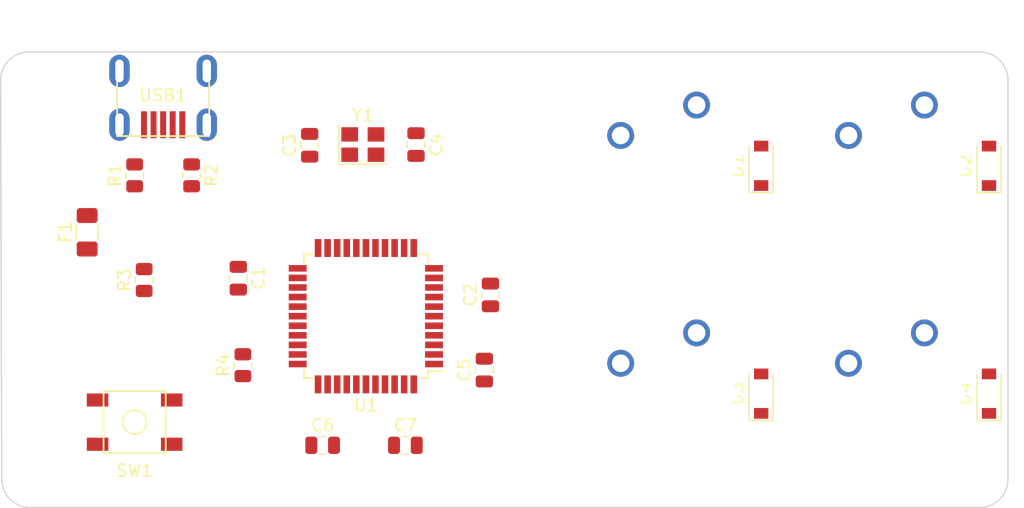
<source format=kicad_pcb>
(kicad_pcb (version 20211014) (generator pcbnew)
  (layers (0 "F.Cu" signal) (31 "B.Cu" signal) (34 "B.Paste" user) (35 "F.Paste" user) (36 "B.SilkS" user "B.Silkscreen") (37 "F.SilkS" user "F.Silkscreen") (38 "B.Mask" user) (39 "F.Mask" user) (44 "Edge.Cuts" user))
  (net 0 "")
  (net 1 "+5V")
  (net 2 "GND")
  (net 3 "Net-(C3-Pad2)")
  (net 4 "Net-(C4-Pad2)")
  (net 5 "Net-(C5-Pad1)")
  (net 6 "ROW0")
  (net 7 "Net-(D1-Pad2)")
  (net 8 "ROW1")
  (net 9 "Net-(D2-Pad2)")
  (net 10 "Net-(D3-Pad2)")
  (net 11 "Net-(D4-Pad2)")
  (net 12 "VCC")
  (net 13 "COL0")
  (net 14 "COL1")
  (net 15 "D-")
  (net 16 "Net-(R1-Pad2)")
  (net 17 "D+")
  (net 18 "Net-(R2-Pad2)")
  (net 19 "Net-(R3-Pad1)")
  (net 20 "Net-(R4-Pad1)")
  (footprint "Capacitor_SMD:C_0805_2012Metric" (layer "F.Cu") (at 185.32475 99.695 90)
    (fp_text reference "C2" (at 0 -1.68 90) (layer "F.SilkS"))
    (fp_text value "0.1uF")
    (fp_line (start -0.261252 -0.735) (end 0.261252 -0.735) (layer "F.SilkS") (width 0.12))
    (fp_line (start -0.261252 0.735) (end 0.261252 0.735) (layer "F.SilkS") (width 0.12))
    (pad "1" smd roundrect (at -0.95 0 90) (size 1 1.45) (layers "F.Cu" "F.Paste" "F.Mask") (net 1 "+5V"))
    (pad "2" smd roundrect (at 0.95 0 90) (size 1 1.45) (layers "F.Cu" "F.Paste" "F.Mask") (net 2 "GND"))
  )
  (footprint "Capacitor_SMD:C_0805_2012Metric" (layer "F.Cu") (at 178.21275 112.268)
    (fp_text reference "C7" (at 0 -1.68) (layer "F.SilkS"))
    (fp_text value "10uF")
    (fp_line (start -0.261252 -0.735) (end 0.261252 -0.735) (layer "F.SilkS") (width 0.12))
    (fp_line (start -0.261252 0.735) (end 0.261252 0.735) (layer "F.SilkS") (width 0.12))
    (pad "1" smd roundrect (at -0.95 0) (size 1 1.45) (layers "F.Cu" "F.Paste" "F.Mask") (net 1 "+5V"))
    (pad "2" smd roundrect (at 0.95 0) (size 1 1.45) (layers "F.Cu" "F.Paste" "F.Mask") (net 2 "GND"))
  )
  (footprint "MX_Only:MXOnly-1U-NoLED" (layer "F.Cu") (at 219.075 88.9)
    (fp_text reference "MX2")
    (fp_text value "MX-NoLED")
    (pad "" np_thru_hole circle locked (at 0 0) (size 3.9878 3.9878) (drill 3.9878) (layers *.Cu *.Mask))
    (pad "" np_thru_hole circle locked (at -5.08 0 48.0996) (size 1.75 1.75) (drill 1.75) (layers *.Cu *.Mask))
    (pad "" np_thru_hole circle locked (at 5.08 0 48.0996) (size 1.75 1.75) (drill 1.75) (layers *.Cu *.Mask))
    (pad "1" thru_hole circle locked (at -3.81 -2.54) (size 2.25 2.25) (drill 1.47) (layers *.Cu "B.Mask") (net 13 "COL0"))
    (pad "2" thru_hole circle locked (at 2.54 -5.08) (size 2.25 2.25) (drill 1.47) (layers *.Cu "B.Mask") (net 9 "Net-(D2-Pad2)"))
  )
  (footprint "MX_Only:MXOnly-1U-NoLED" (layer "F.Cu") (at 219.075 107.95)
    (fp_text reference "MX4")
    (fp_text value "MX-NoLED")
    (pad "" np_thru_hole circle locked (at -5.08 0 48.0996) (size 1.75 1.75) (drill 1.75) (layers *.Cu *.Mask))
    (pad "" np_thru_hole circle locked (at 0 0) (size 3.9878 3.9878) (drill 3.9878) (layers *.Cu *.Mask))
    (pad "" np_thru_hole circle locked (at 5.08 0 48.0996) (size 1.75 1.75) (drill 1.75) (layers *.Cu *.Mask))
    (pad "1" thru_hole circle locked (at -3.81 -2.54) (size 2.25 2.25) (drill 1.47) (layers *.Cu "B.Mask") (net 14 "COL1"))
    (pad "2" thru_hole circle locked (at 2.54 -5.08) (size 2.25 2.25) (drill 1.47) (layers *.Cu "B.Mask") (net 11 "Net-(D4-Pad2)"))
  )
  (footprint "MX_Only:MXOnly-1U-NoLED" (layer "F.Cu") (at 200.025 107.95)
    (fp_text reference "MX3")
    (fp_text value "MX-NoLED")
    (pad "" np_thru_hole circle locked (at 5.08 0 48.0996) (size 1.75 1.75) (drill 1.75) (layers *.Cu *.Mask))
    (pad "" np_thru_hole circle locked (at 0 0) (size 3.9878 3.9878) (drill 3.9878) (layers *.Cu *.Mask))
    (pad "" np_thru_hole circle locked (at -5.08 0 48.0996) (size 1.75 1.75) (drill 1.75) (layers *.Cu *.Mask))
    (pad "1" thru_hole circle locked (at -3.81 -2.54) (size 2.25 2.25) (drill 1.47) (layers *.Cu "B.Mask") (net 14 "COL1"))
    (pad "2" thru_hole circle locked (at 2.54 -5.08) (size 2.25 2.25) (drill 1.47) (layers *.Cu "B.Mask") (net 10 "Net-(D3-Pad2)"))
  )
  (footprint "Capacitor_SMD:C_0805_2012Metric" (layer "F.Cu") (at 171.29375 112.268)
    (fp_text reference "C6" (at 0 -1.68) (layer "F.SilkS"))
    (fp_text value "0.1uF")
    (fp_line (start -0.261252 -0.735) (end 0.261252 -0.735) (layer "F.SilkS") (width 0.12))
    (fp_line (start -0.261252 0.735) (end 0.261252 0.735) (layer "F.SilkS") (width 0.12))
    (pad "1" smd roundrect (at -0.95 0) (size 1 1.45) (layers "F.Cu" "F.Paste" "F.Mask") (net 1 "+5V"))
    (pad "2" smd roundrect (at 0.95 0) (size 1 1.45) (layers "F.Cu" "F.Paste" "F.Mask") (net 2 "GND"))
  )
  (footprint "MX_Only:MXOnly-1U-NoLED" (layer "F.Cu") (at 200.025 88.9)
    (fp_text reference "MX1")
    (fp_text value "MX-NoLED")
    (pad "" np_thru_hole circle locked (at 5.08 0 48.0996) (size 1.75 1.75) (drill 1.75) (layers *.Cu *.Mask))
    (pad "" np_thru_hole circle locked (at -5.08 0 48.0996) (size 1.75 1.75) (drill 1.75) (layers *.Cu *.Mask))
    (pad "" np_thru_hole circle locked (at 0 0) (size 3.9878 3.9878) (drill 3.9878) (layers *.Cu *.Mask))
    (pad "1" thru_hole circle locked (at -3.81 -2.54) (size 2.25 2.25) (drill 1.47) (layers *.Cu "B.Mask") (net 13 "COL0"))
    (pad "2" thru_hole circle locked (at 2.54 -5.08) (size 2.25 2.25) (drill 1.47) (layers *.Cu "B.Mask") (net 7 "Net-(D1-Pad2)"))
  )
  (footprint "Diode_SMD:D_SOD-123" (layer "F.Cu") (at 227.0125 88.9 90)
    (fp_text reference "D2" (at 0 -2 90) (layer "F.SilkS"))
    (fp_text value "D_Small")
    (fp_line (start -2.25 -1) (end -2.25 1) (layer "F.SilkS") (width 0.12))
    (fp_line (start -2.25 -1) (end 1.65 -1) (layer "F.SilkS") (width 0.12))
    (fp_line (start -2.25 1) (end 1.65 1) (layer "F.SilkS") (width 0.12))
    (pad "1" smd rect (at -1.65 0 90) (size 0.9 1.2) (layers "F.Cu" "F.Paste" "F.Mask") (net 8 "ROW1"))
    (pad "2" smd rect (at 1.65 0 90) (size 0.9 1.2) (layers "F.Cu" "F.Paste" "F.Mask") (net 9 "Net-(D2-Pad2)"))
  )
  (footprint "Diode_SMD:D_SOD-123" (layer "F.Cu") (at 227.0125 107.95 90)
    (fp_text reference "D4" (at 0 -2 90) (layer "F.SilkS"))
    (fp_text value "D_Small")
    (fp_line (start -2.25 -1) (end 1.65 -1) (layer "F.SilkS") (width 0.12))
    (fp_line (start -2.25 1) (end 1.65 1) (layer "F.SilkS") (width 0.12))
    (fp_line (start -2.25 -1) (end -2.25 1) (layer "F.SilkS") (width 0.12))
    (pad "1" smd rect (at -1.65 0 90) (size 0.9 1.2) (layers "F.Cu" "F.Paste" "F.Mask") (net 8 "ROW1"))
    (pad "2" smd rect (at 1.65 0 90) (size 0.9 1.2) (layers "F.Cu" "F.Paste" "F.Mask") (net 11 "Net-(D4-Pad2)"))
  )
  (footprint "Capacitor_SMD:C_0805_2012Metric" (layer "F.Cu") (at 179.10175 87.122 -90)
    (fp_text reference "C4" (at 0 -1.68 90) (layer "F.SilkS"))
    (fp_text value "22pF")
    (fp_line (start -0.261252 -0.735) (end 0.261252 -0.735) (layer "F.SilkS") (width 0.12))
    (fp_line (start -0.261252 0.735) (end 0.261252 0.735) (layer "F.SilkS") (width 0.12))
    (pad "1" smd roundrect (at -0.95 0 270) (size 1 1.45) (layers "F.Cu" "F.Paste" "F.Mask") (net 2 "GND"))
    (pad "2" smd roundrect (at 0.95 0 270) (size 1 1.45) (layers "F.Cu" "F.Paste" "F.Mask") (net 4 "Net-(C4-Pad2)"))
  )
  (footprint "Resistor_SMD:R_0805_2012Metric" (layer "F.Cu") (at 160.3375 89.69375 -90)
    (fp_text reference "R2" (at 0 -1.65 90) (layer "F.SilkS"))
    (fp_text value "22")
    (fp_line (start -0.227064 -0.735) (end 0.227064 -0.735) (layer "F.SilkS") (width 0.12))
    (fp_line (start -0.227064 0.735) (end 0.227064 0.735) (layer "F.SilkS") (width 0.12))
    (pad "1" smd roundrect (at -0.9125 0 270) (size 1.025 1.4) (layers "F.Cu" "F.Paste" "F.Mask") (roundrect_rratio 0.243902) (net 17 "D+"))
    (pad "2" smd roundrect (at 0.9125 0 270) (size 1.025 1.4) (layers "F.Cu" "F.Paste" "F.Mask") (roundrect_rratio 0.243902) (net 18 "Net-(R2-Pad2)"))
  )
  (footprint "random-keyboard-parts:SKQG-1155865" (layer "F.Cu") (at 155.575 110.33125)
    (fp_text reference "SW1" (at 0 4.064) (layer "F.SilkS"))
    (fp_text value "SW_Push")
    (fp_line (start -2.6 2.6) (end -2.6 -2.6) (layer "F.SilkS") (width 0.15))
    (fp_line (start 2.6 -2.6) (end 2.6 2.6) (layer "F.SilkS") (width 0.15))
    (fp_line (start -2.6 -2.6) (end 2.6 -2.6) (layer "F.SilkS") (width 0.15))
    (fp_line (start 2.6 2.6) (end -2.6 2.6) (layer "F.SilkS") (width 0.15))
    (fp_circle (center 0 0) (end 1 0) (layer "F.SilkS") (width 0.15) (fill none))
    (pad "1" smd rect locked (at 3.1 1.85) (size 1.8 1.1) (layers "F.Cu" "F.Paste" "F.Mask") (net 2 "GND"))
    (pad "2" smd rect locked (at -3.1 -1.85) (size 1.8 1.1) (layers "F.Cu" "F.Paste" "F.Mask") (net 19 "Net-(R3-Pad1)"))
    (pad "3" smd rect locked (at 3.1 -1.85) (size 1.8 1.1) (layers "F.Cu" "F.Paste" "F.Mask"))
    (pad "4" smd rect locked (at -3.1 1.85) (size 1.8 1.1) (layers "F.Cu" "F.Paste" "F.Mask"))
  )
  (footprint "Package_QFP:TQFP-44_10x10mm_P0.8mm" (layer "F.Cu") (at 174.91075 101.473 180)
    (fp_text reference "U1" (at 0 -7.45) (layer "F.SilkS"))
    (fp_text value "ATmega32U4-A")
    (fp_line (start 5.175 -5.175) (end 4.5 -5.175) (layer "F.SilkS") (width 0.15))
    (fp_line (start -5.175 -5.175) (end -5.175 -4.6) (layer "F.SilkS") (width 0.15))
    (fp_line (start 5.175 5.175) (end 5.175 4.5) (layer "F.SilkS") (width 0.15))
    (fp_line (start -5.175 -5.175) (end -4.5 -5.175) (layer "F.SilkS") (width 0.15))
    (fp_line (start -5.175 5.175) (end -5.175 4.5) (layer "F.SilkS") (width 0.15))
    (fp_line (start 5.175 -5.175) (end 5.175 -4.5) (layer "F.SilkS") (width 0.15))
    (fp_line (start 5.175 5.175) (end 4.5 5.175) (layer "F.SilkS") (width 0.15))
    (fp_line (start -5.175 5.175) (end -4.5 5.175) (layer "F.SilkS") (width 0.15))
    (fp_line (start -5.175 -4.6) (end -6.45 -4.6) (layer "F.SilkS") (width 0.15))
    (pad "1" smd rect (at -5.7 -4 180) (size 1.5 0.55) (layers "F.Cu" "F.Paste" "F.Mask"))
    (pad "2" smd rect (at -5.7 -3.2 180) (size 1.5 0.55) (layers "F.Cu" "F.Paste" "F.Mask") (net 1 "+5V"))
    (pad "3" smd rect (at -5.7 -2.4 180) (size 1.5 0.55) (layers "F.Cu" "F.Paste" "F.Mask") (net 16 "Net-(R1-Pad2)"))
    (pad "4" smd rect (at -5.7 -1.6 180) (size 1.5 0.55) (layers "F.Cu" "F.Paste" "F.Mask") (net 18 "Net-(R2-Pad2)"))
    (pad "5" smd rect (at -5.7 -0.8 180) (size 1.5 0.55) (layers "F.Cu" "F.Paste" "F.Mask") (net 2 "GND"))
    (pad "6" smd rect (at -5.7 0 180) (size 1.5 0.55) (layers "F.Cu" "F.Paste" "F.Mask") (net 5 "Net-(C5-Pad1)"))
    (pad "7" smd rect (at -5.7 0.8 180) (size 1.5 0.55) (layers "F.Cu" "F.Paste" "F.Mask") (net 1 "+5V"))
    (pad "8" smd rect (at -5.7 1.6 180) (size 1.5 0.55) (layers "F.Cu" "F.Paste" "F.Mask"))
    (pad "9" smd rect (at -5.7 2.4 180) (size 1.5 0.55) (layers "F.Cu" "F.Paste" "F.Mask"))
    (pad "10" smd rect (at -5.7 3.2 180) (size 1.5 0.55) (layers "F.Cu" "F.Paste" "F.Mask"))
    (pad "11" smd rect (at -5.7 4 180) (size 1.5 0.55) (layers "F.Cu" "F.Paste" "F.Mask"))
    (pad "12" smd rect (at -4 5.7 270) (size 1.5 0.55) (layers "F.Cu" "F.Paste" "F.Mask"))
    (pad "13" smd rect (at -3.2 5.7 270) (size 1.5 0.55) (layers "F.Cu" "F.Paste" "F.Mask") (net 19 "Net-(R3-Pad1)"))
    (pad "14" smd rect (at -2.4 5.7 270) (size 1.5 0.55) (layers "F.Cu" "F.Paste" "F.Mask") (net 1 "+5V"))
    (pad "15" smd rect (at -1.6 5.7 270) (size 1.5 0.55) (layers "F.Cu" "F.Paste" "F.Mask") (net 2 "GND"))
    (pad "16" smd rect (at -0.8 5.7 270) (size 1.5 0.55) (layers "F.Cu" "F.Paste" "F.Mask") (net 4 "Net-(C4-Pad2)"))
    (pad "17" smd rect (at 0 5.7 270) (size 1.5 0.55) (layers "F.Cu" "F.Paste" "F.Mask") (net 3 "Net-(C3-Pad2)"))
    (pad "18" smd rect (at 0.8 5.7 270) (size 1.5 0.55) (layers "F.Cu" "F.Paste" "F.Mask"))
    (pad "19" smd rect (at 1.6 5.7 270) (size 1.5 0.55) (layers "F.Cu" "F.Paste" "F.Mask"))
    (pad "20" smd rect (at 2.4 5.7 270) (size 1.5 0.55) (layers "F.Cu" "F.Paste" "F.Mask"))
    (pad "21" smd rect (at 3.2 5.7 270) (size 1.5 0.55) (layers "F.Cu" "F.Paste" "F.Mask"))
    (pad "22" smd rect (at 4 5.7 270) (size 1.5 0.55) (layers "F.Cu" "F.Paste" "F.Mask"))
    (pad "23" smd rect (at 5.7 4 180) (size 1.5 0.55) (layers "F.Cu" "F.Paste" "F.Mask") (net 2 "GND"))
    (pad "24" smd rect (at 5.7 3.2 180) (size 1.5 0.55) (layers "F.Cu" "F.Paste" "F.Mask") (net 1 "+5V"))
    (pad "25" smd rect (at 5.7 2.4 180) (size 1.5 0.55) (layers "F.Cu" "F.Paste" "F.Mask"))
    (pad "26" smd rect (at 5.7 1.6 180) (size 1.5 0.55) (layers "F.Cu" "F.Paste" "F.Mask"))
    (pad "27" smd rect (at 5.7 0.8 180) (size 1.5 0.55) (layers "F.Cu" "F.Paste" "F.Mask"))
    (pad "28" smd rect (at 5.7 0 180) (size 1.5 0.55) (layers "F.Cu" "F.Paste" "F.Mask"))
    (pad "29" smd rect (at 5.7 -0.8 180) (size 1.5 0.55) (layers "F.Cu" "F.Paste" "F.Mask"))
    (pad "30" smd rect (at 5.7 -1.6 180) (size 1.5 0.55) (layers "F.Cu" "F.Paste" "F.Mask"))
    (pad "31" smd rect (at 5.7 -2.4 180) (size 1.5 0.55) (layers "F.Cu" "F.Paste" "F.Mask"))
    (pad "32" smd rect (at 5.7 -3.2 180) (size 1.5 0.55) (layers "F.Cu" "F.Paste" "F.Mask"))
    (pad "33" smd rect (at 5.7 -4 180) (size 1.5 0.55) (layers "F.Cu" "F.Paste" "F.Mask") (net 20 "Net-(R4-Pad1)"))
    (pad "34" smd rect (at 4 -5.7 270) (size 1.5 0.55) (layers "F.Cu" "F.Paste" "F.Mask") (net 1 "+5V"))
    (pad "35" smd rect (at 3.2 -5.7 270) (size 1.5 0.55) (layers "F.Cu" "F.Paste" "F.Mask") (net 2 "GND"))
    (pad "36" smd rect (at 2.4 -5.7 270) (size 1.5 0.55) (layers "F.Cu" "F.Paste" "F.Mask"))
    (pad "37" smd rect (at 1.6 -5.7 270) (size 1.5 0.55) (layers "F.Cu" "F.Paste" "F.Mask"))
    (pad "38" smd rect (at 0.8 -5.7 270) (size 1.5 0.55) (layers "F.Cu" "F.Paste" "F.Mask"))
    (pad "39" smd rect (at 0 -5.7 270) (size 1.5 0.55) (layers "F.Cu" "F.Paste" "F.Mask"))
    (pad "40" smd rect (at -0.8 -5.7 270) (size 1.5 0.55) (layers "F.Cu" "F.Paste" "F.Mask"))
    (pad "41" smd rect (at -1.6 -5.7 270) (size 1.5 0.55) (layers "F.Cu" "F.Paste" "F.Mask"))
    (pad "42" smd rect (at -2.4 -5.7 270) (size 1.5 0.55) (layers "F.Cu" "F.Paste" "F.Mask"))
    (pad "43" smd rect (at -3.2 -5.7 270) (size 1.5 0.55) (layers "F.Cu" "F.Paste" "F.Mask") (net 2 "GND"))
    (pad "44" smd rect (at -4 -5.7 270) (size 1.5 0.55) (layers "F.Cu" "F.Paste" "F.Mask") (net 1 "+5V"))
  )
  (footprint "Resistor_SMD:R_0805_2012Metric" (layer "F.Cu") (at 156.36875 98.4485 90)
    (fp_text reference "R3" (at 0 -1.65 90) (layer "F.SilkS"))
    (fp_text value "10k")
    (fp_line (start -0.227064 0.735) (end 0.227064 0.735) (layer "F.SilkS") (width 0.12))
    (fp_line (start -0.227064 -0.735) (end 0.227064 -0.735) (layer "F.SilkS") (width 0.12))
    (pad "1" smd roundrect (at -0.9125 0 90) (size 1.025 1.4) (layers "F.Cu" "F.Paste" "F.Mask") (roundrect_rratio 0.243902) (net 19 "Net-(R3-Pad1)"))
    (pad "2" smd roundrect (at 0.9125 0 90) (size 1.025 1.4) (layers "F.Cu" "F.Paste" "F.Mask") (roundrect_rratio 0.243902) (net 1 "+5V"))
  )
  (footprint "Diode_SMD:D_SOD-123" (layer "F.Cu") (at 207.9625 88.9 90)
    (fp_text reference "D1" (at 0 -2 90) (layer "F.SilkS"))
    (fp_text value "D_Small")
    (fp_line (start -2.25 1) (end 1.65 1) (layer "F.SilkS") (width 0.12))
    (fp_line (start -2.25 -1) (end -2.25 1) (layer "F.SilkS") (width 0.12))
    (fp_line (start -2.25 -1) (end 1.65 -1) (layer "F.SilkS") (width 0.12))
    (pad "1" smd rect (at -1.65 0 90) (size 0.9 1.2) (layers "F.Cu" "F.Paste" "F.Mask") (net 6 "ROW0"))
    (pad "2" smd rect (at 1.65 0 90) (size 0.9 1.2) (layers "F.Cu" "F.Paste" "F.Mask") (net 7 "Net-(D1-Pad2)"))
  )
  (footprint "Resistor_SMD:R_0805_2012Metric" (layer "F.Cu") (at 155.575 89.69375 90)
    (fp_text reference "R1" (at 0 -1.65 90) (layer "F.SilkS"))
    (fp_text value "22")
    (fp_line (start -0.227064 0.735) (end 0.227064 0.735) (layer "F.SilkS") (width 0.12))
    (fp_line (start -0.227064 -0.735) (end 0.227064 -0.735) (layer "F.SilkS") (width 0.12))
    (pad "1" smd roundrect (at -0.9125 0 90) (size 1.025 1.4) (layers "F.Cu" "F.Paste" "F.Mask") (roundrect_rratio 0.243902) (net 15 "D-"))
    (pad "2" smd roundrect (at 0.9125 0 90) (size 1.025 1.4) (layers "F.Cu" "F.Paste" "F.Mask") (roundrect_rratio 0.243902) (net 16 "Net-(R1-Pad2)"))
  )
  (footprint "Diode_SMD:D_SOD-123" (layer "F.Cu") (at 207.9625 107.95 90)
    (fp_text reference "D3" (at 0 -2 90) (layer "F.SilkS"))
    (fp_text value "D_Small")
    (fp_line (start -2.25 -1) (end 1.65 -1) (layer "F.SilkS") (width 0.12))
    (fp_line (start -2.25 -1) (end -2.25 1) (layer "F.SilkS") (width 0.12))
    (fp_line (start -2.25 1) (end 1.65 1) (layer "F.SilkS") (width 0.12))
    (pad "1" smd rect (at -1.65 0 90) (size 0.9 1.2) (layers "F.Cu" "F.Paste" "F.Mask") (net 6 "ROW0"))
    (pad "2" smd rect (at 1.65 0 90) (size 0.9 1.2) (layers "F.Cu" "F.Paste" "F.Mask") (net 10 "Net-(D3-Pad2)"))
  )
  (footprint "Capacitor_SMD:C_0805_2012Metric" (layer "F.Cu") (at 164.24275 98.298 -90)
    (fp_text reference "C1" (at 0 -1.68 90) (layer "F.SilkS"))
    (fp_text value "0.1uF")
    (fp_line (start -0.261252 0.735) (end 0.261252 0.735) (layer "F.SilkS") (width 0.12))
    (fp_line (start -0.261252 -0.735) (end 0.261252 -0.735) (layer "F.SilkS") (width 0.12))
    (pad "1" smd roundrect (at -0.95 0 270) (size 1 1.45) (layers "F.Cu" "F.Paste" "F.Mask") (net 1 "+5V"))
    (pad "2" smd roundrect (at 0.95 0 270) (size 1 1.45) (layers "F.Cu" "F.Paste" "F.Mask") (net 2 "GND"))
  )
  (footprint "Resistor_SMD:R_0805_2012Metric" (layer "F.Cu") (at 164.62375 105.56875 90)
    (fp_text reference "R4" (at 0 -1.65 90) (layer "F.SilkS"))
    (fp_text value "10k")
    (fp_line (start -0.227064 0.735) (end 0.227064 0.735) (layer "F.SilkS") (width 0.12))
    (fp_line (start -0.227064 -0.735) (end 0.227064 -0.735) (layer "F.SilkS") (width 0.12))
    (pad "1" smd roundrect (at -0.9125 0 90) (size 1.025 1.4) (layers "F.Cu" "F.Paste" "F.Mask") (roundrect_rratio 0.243902) (net 20 "Net-(R4-Pad1)"))
    (pad "2" smd roundrect (at 0.9125 0 90) (size 1.025 1.4) (layers "F.Cu" "F.Paste" "F.Mask") (roundrect_rratio 0.243902) (net 2 "GND"))
  )
  (footprint "Capacitor_SMD:C_0805_2012Metric" (layer "F.Cu") (at 170.21175 87.183 90)
    (fp_text reference "C3" (at 0 -1.68 90) (layer "F.SilkS"))
    (fp_text value "22pF")
    (fp_line (start -0.261252 0.735) (end 0.261252 0.735) (layer "F.SilkS") (width 0.12))
    (fp_line (start -0.261252 -0.735) (end 0.261252 -0.735) (layer "F.SilkS") (width 0.12))
    (pad "1" smd roundrect (at -0.95 0 90) (size 1 1.45) (layers "F.Cu" "F.Paste" "F.Mask") (net 2 "GND"))
    (pad "2" smd roundrect (at 0.95 0 90) (size 1 1.45) (layers "F.Cu" "F.Paste" "F.Mask") (net 3 "Net-(C3-Pad2)"))
  )
  (footprint "random-keyboard-parts:Molex-0548190589" (layer "F.Cu") (at 157.95625 80.9625 -90)
    (fp_text reference "USB1" (at 2.032 0) (layer "F.SilkS"))
    (fp_text value "Molex-0548190589")
    (fp_line (start 5.45 -3.85) (end 5.45 3.85) (layer "F.SilkS") (width 0.15))
    (fp_line (start 0 -3.85) (end 5.45 -3.85) (layer "F.SilkS") (width 0.15))
    (fp_line (start 0 3.85) (end 5.45 3.85) (layer "F.SilkS") (width 0.15))
    (pad "1" smd rect locked (at 4.5 1.6 270) (size 2.25 0.5) (layers "F.Cu" "F.Paste" "F.Mask") (net 2 "GND"))
    (pad "2" smd rect locked (at 4.5 0.8 270) (size 2.25 0.5) (layers "F.Cu" "F.Paste" "F.Mask"))
    (pad "3" smd rect locked (at 4.5 0 270) (size 2.25 0.5) (layers "F.Cu" "F.Paste" "F.Mask") (net 17 "D+"))
    (pad "4" smd rect locked (at 4.5 -0.8 270) (size 2.25 0.5) (layers "F.Cu" "F.Paste" "F.Mask") (net 15 "D-"))
    (pad "5" smd rect locked (at 4.5 -1.6 270) (size 2.25 0.5) (layers "F.Cu" "F.Paste" "F.Mask") (net 12 "VCC"))
    (pad "6" thru_hole oval locked (at 4.5 3.65 270) (size 2.7 1.7) (drill oval 1.9 0.7) (layers *.Cu *.Mask))
    (pad "6" thru_hole oval locked (at 0 -3.65 270) (size 2.7 1.7) (drill oval 1.9 0.7) (layers *.Cu *.Mask))
    (pad "6" thru_hole oval locked (at 4.5 -3.65 270) (size 2.7 1.7) (drill oval 1.9 0.7) (layers *.Cu *.Mask))
    (pad "6" thru_hole oval locked (at 0 3.65 270) (size 2.7 1.7) (drill oval 1.9 0.7) (layers *.Cu *.Mask))
  )
  (footprint "Fuse:Fuse_1206_3216Metric" (layer "F.Cu") (at 151.60625 94.45625 90)
    (fp_text reference "F1" (at 0 -1.82 90) (layer "F.SilkS"))
    (fp_text value "500mA")
    (fp_line (start -0.602064 -0.91) (end 0.602064 -0.91) (layer "F.SilkS") (width 0.12))
    (fp_line (start -0.602064 0.91) (end 0.602064 0.91) (layer "F.SilkS") (width 0.12))
    (pad "1" smd roundrect (at -1.4 0 90) (size 1.25 1.75) (layers "F.Cu" "F.Paste" "F.Mask") (roundrect_rratio 0.2) (net 12 "VCC"))
    (pad "2" smd roundrect (at 1.4 0 90) (size 1.25 1.75) (layers "F.Cu" "F.Paste" "F.Mask") (roundrect_rratio 0.2) (net 1 "+5V"))
  )
  (footprint "Crystal:Crystal_SMD_3225-4Pin_3.2x2.5mm" (layer "F.Cu") (at 174.65675 87.122)
    (fp_text reference "Y1" (at 0 -2.45) (layer "F.SilkS"))
    (fp_text value "16MHz")
    (fp_line (start -2 1.65) (end 2 1.65) (layer "F.SilkS") (width 0.12))
    (fp_line (start -2 -1.65) (end -2 1.65) (layer "F.SilkS") (width 0.12))
    (pad "1" smd rect (at -1.1 0.85) (size 1.4 1.2) (layers "F.Cu" "F.Paste" "F.Mask") (net 3 "Net-(C3-Pad2)"))
    (pad "2" smd rect (at 1.1 0.85) (size 1.4 1.2) (layers "F.Cu" "F.Paste" "F.Mask") (net 2 "GND"))
    (pad "3" smd rect (at 1.1 -0.85) (size 1.4 1.2) (layers "F.Cu" "F.Paste" "F.Mask") (net 4 "Net-(C4-Pad2)"))
    (pad "4" smd rect (at -1.1 -0.85) (size 1.4 1.2) (layers "F.Cu" "F.Paste" "F.Mask") (net 2 "GND"))
  )
  (footprint "Capacitor_SMD:C_0805_2012Metric" (layer "F.Cu") (at 184.81675 105.979 90)
    (fp_text reference "C5" (at 0 -1.68 90) (layer "F.SilkS"))
    (fp_text value "1uF")
    (fp_line (start -0.261252 -0.735) (end 0.261252 -0.735) (layer "F.SilkS") (width 0.12))
    (fp_line (start -0.261252 0.735) (end 0.261252 0.735) (layer "F.SilkS") (width 0.12))
    (pad "1" smd roundrect (at -0.95 0 90) (size 1 1.45) (layers "F.Cu" "F.Paste" "F.Mask") (net 5 "Net-(C5-Pad1)"))
    (pad "2" smd roundrect (at 0.95 0 90) (size 1 1.45) (layers "F.Cu" "F.Paste" "F.Mask") (net 2 "GND"))
  )
  (gr_arc (start 228.6 115.09375) (mid 227.902548 116.777548) (end 226.21875 117.475) (layer "Edge.Cuts") (width 0.1))
  (gr_arc (start 146.84375 117.475) (mid 145.159952 116.777548) (end 144.4625 115.09375) (layer "Edge.Cuts") (width 0.1))
  (gr_line (start 146.747452 79.375) (end 226.21875 79.375) (layer "Edge.Cuts") (width 0.1))
  (gr_line (start 226.21875 117.475) (end 146.84375 117.475) (layer "Edge.Cuts") (width 0.1))
  (gr_arc (start 144.366202 81.75625) (mid 145.063654 80.072452) (end 146.747452 79.375) (layer "Edge.Cuts") (width 0.1))
  (gr_line (start 144.4625 115.09375) (end 144.366202 81.75625) (layer "Edge.Cuts") (width 0.1))
  (gr_arc (start 226.21875 79.375) (mid 227.902548 80.072452) (end 228.6 81.75625) (layer "Edge.Cuts") (width 0.1))
  (gr_line (start 228.6 81.75625) (end 228.6 115.09375) (layer "Edge.Cuts") (width 0.1))
)
</source>
